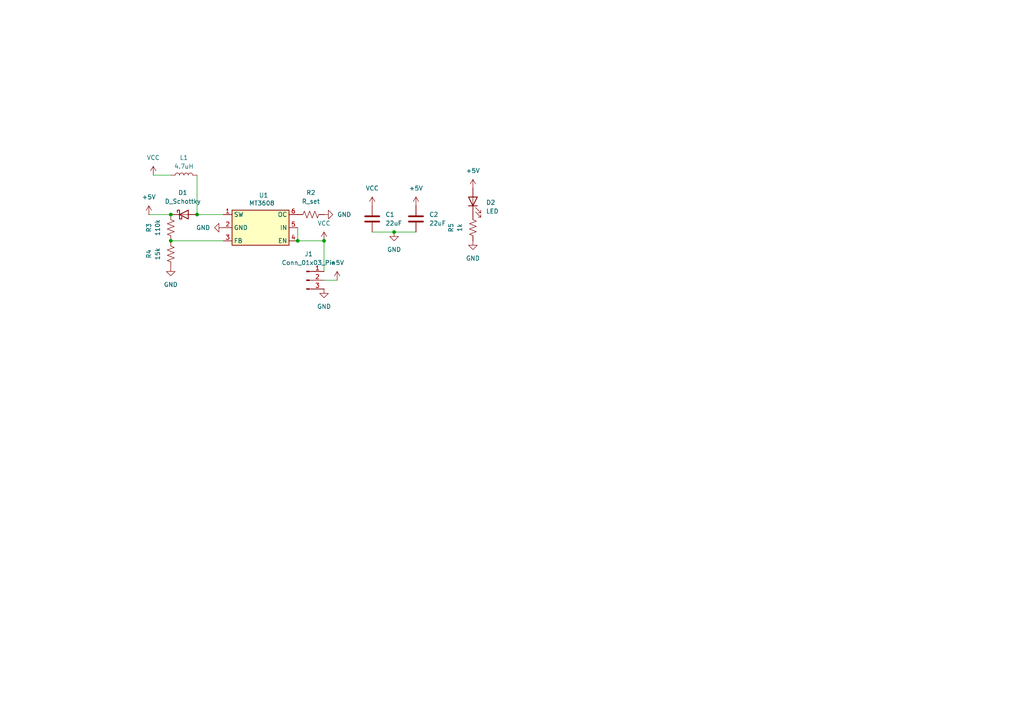
<source format=kicad_sch>
(kicad_sch (version 20250114) (generator "eeschema") (generator_version "9.0")
  (paper "A4")
  (lib_symbols
    (symbol "Connector:Conn_01x03_Pin" (pin_names (offset 1.016) (hide yes))
      (property "Reference" "J" (at 0 5.08 0))
      (property "Value" "Conn_01x03_Pin" (at 0 -5.08 0))
      (symbol "Conn_01x03_Pin_1_1"
        (rectangle (start 0.8636 2.667) (end 0 2.413) (stroke (width 0.1524)) (fill (type outline)))
        (rectangle (start 0.8636 0.127) (end 0 -0.127) (stroke (width 0.1524)) (fill (type outline)))
        (rectangle (start 0.8636 -2.413) (end 0 -2.667) (stroke (width 0.1524)) (fill (type outline)))
        (polyline (pts (xy 1.27 2.54) (xy 0.8636 2.54)) (stroke (width 0.1524)))
        (polyline (pts (xy 1.27 0) (xy 0.8636 0)) (stroke (width 0.1524)))
        (polyline (pts (xy 1.27 -2.54) (xy 0.8636 -2.54)) (stroke (width 0.1524)))
        (pin passive line (at 5.08 2.54 180) (length 3.81) (name "Pin_1") (number "1"))
        (pin passive line (at 5.08 0 180) (length 3.81) (name "Pin_2") (number "2"))
        (pin passive line (at 5.08 -2.54 180) (length 3.81) (name "Pin_3") (number "3"))
      )
    )
    (symbol "Device:C" (pin_numbers (hide yes)) (pin_names (offset 0.254))
      (property "Reference" "C" (at 0.635 2.54 0))
      (property "Value" "C" (at 0.635 -2.54 0))
      (symbol "C_0_1"
        (polyline (pts (xy -2.032 0.762) (xy 2.032 0.762)) (stroke (width 0.508)))
        (polyline (pts (xy -2.032 -0.762) (xy 2.032 -0.762)) (stroke (width 0.508)))
      )
      (symbol "C_1_1"
        (pin passive line (at 0 3.81 270) (length 2.794) (name "~") (number "1"))
        (pin passive line (at 0 -3.81 90) (length 2.794) (name "~") (number "2"))
      )
    )
    (symbol "Device:D_Schottky" (pin_numbers (hide yes)) (pin_names (offset 1.016) (hide yes))
      (property "Reference" "D" (at 0 2.54 0))
      (property "Value" "D_Schottky" (at 0 -2.54 0))
      (symbol "D_Schottky_0_1"
        (polyline (pts (xy -1.905 0.635) (xy -1.905 1.27) (xy -1.27 1.27) (xy -1.27 -1.27) (xy -0.635 -1.27) (xy -0.635 -0.635)) (stroke (width 0.254)))
        (polyline (pts (xy 1.27 1.27) (xy 1.27 -1.27) (xy -1.27 0) (xy 1.27 1.27)) (stroke (width 0.254)))
        (polyline (pts (xy 1.27 0) (xy -1.27 0)))
      )
      (symbol "D_Schottky_1_1"
        (pin passive line (at -3.81 0 0) (length 2.54) (name "K") (number "1"))
        (pin passive line (at 3.81 0 180) (length 2.54) (name "A") (number "2"))
      )
    )
    (symbol "Device:L" (pin_numbers (hide yes)) (pin_names (offset 1.016) (hide yes))
      (property "Reference" "L" (at -1.27 0 90))
      (property "Value" "L" (at 1.905 0 90))
      (symbol "L_0_1"
        (arc (start 0 2.54) (mid 0.6323 1.905) (end 0 1.27))
        (arc (start 0 1.27) (mid 0.6323 0.635) (end 0 0))
        (arc (start 0 0) (mid 0.6323 -0.635) (end 0 -1.27))
        (arc (start 0 -1.27) (mid 0.6323 -1.905) (end 0 -2.54))
      )
      (symbol "L_1_1"
        (pin passive line (at 0 3.81 270) (length 1.27) (name "1") (number "1"))
        (pin passive line (at 0 -3.81 90) (length 1.27) (name "2") (number "2"))
      )
    )
    (symbol "Device:LED" (pin_numbers (hide yes)) (pin_names (offset 1.016) (hide yes))
      (property "Reference" "D" (at 0 2.54 0))
      (property "Value" "LED" (at 0 -2.54 0))
      (symbol "LED_0_1"
        (polyline (pts (xy -3.048 -0.762) (xy -4.572 -2.286) (xy -3.81 -2.286) (xy -4.572 -2.286) (xy -4.572 -1.524)))
        (polyline (pts (xy -1.778 -0.762) (xy -3.302 -2.286) (xy -2.54 -2.286) (xy -3.302 -2.286) (xy -3.302 -1.524)))
        (polyline (pts (xy -1.27 0) (xy 1.27 0)))
        (polyline (pts (xy -1.27 -1.27) (xy -1.27 1.27)) (stroke (width 0.254)))
        (polyline (pts (xy 1.27 -1.27) (xy 1.27 1.27) (xy -1.27 0) (xy 1.27 -1.27)) (stroke (width 0.254)))
      )
      (symbol "LED_1_1"
        (pin passive line (at -3.81 0 0) (length 2.54) (name "K") (number "1"))
        (pin passive line (at 3.81 0 180) (length 2.54) (name "A") (number "2"))
      )
    )
    (symbol "Device:R_US" (pin_numbers (hide yes)) (pin_names (offset 0))
      (property "Reference" "R" (at 2.54 0 90))
      (property "Value" "R_US" (at -2.54 0 90))
      (symbol "R_US_0_1"
        (polyline (pts (xy 0 2.286) (xy 0 2.54)))
        (polyline (pts (xy 0 2.286) (xy 1.016 1.905) (xy 0 1.524) (xy -1.016 1.143) (xy 0 0.762)))
        (polyline (pts (xy 0 0.762) (xy 1.016 0.381) (xy 0 0) (xy -1.016 -0.381) (xy 0 -0.762)))
        (polyline (pts (xy 0 -0.762) (xy 1.016 -1.143) (xy 0 -1.524) (xy -1.016 -1.905) (xy 0 -2.286)))
        (polyline (pts (xy 0 -2.286) (xy 0 -2.54)))
      )
      (symbol "R_US_1_1"
        (pin passive line (at 0 3.81 270) (length 1.27) (name "~") (number "1"))
        (pin passive line (at 0 -3.81 90) (length 1.27) (name "~") (number "2"))
      )
    )
    (symbol "Regulator_Switching:MT3608"
      (property "Reference" "U1" (at 4.064 9.398 0))
      (property "Value" "MT3608" (at 3.556 7.112 0))
      (symbol "MT3608_0_1"
        (rectangle (start -5.08 5.08) (end 11.43 -5.08) (stroke (width 0.254)) (fill (type background)))
      )
      (symbol "MT3608_1_1"
        (pin passive line (at -7.62 3.81 0) (length 2.54) (name "SW") (number "1"))
        (pin power_in line (at -7.62 0 0) (length 2.54) (name "GND") (number "2"))
        (pin input line (at -7.62 -3.81 0) (length 2.54) (name "FB") (number "3"))
        (pin no_connect line (at 5.08 0 180) (length 2.54) (hide yes) (name "NC") (number "6"))
        (pin power_in line (at 13.97 3.81 180) (length 2.54) (name "OC") (number "6"))
        (pin power_in line (at 13.97 0 180) (length 2.54) (name "IN") (number "5"))
        (pin input line (at 13.97 -3.81 180) (length 2.54) (name "EN") (number "4"))
      )
    )
    (symbol "power:+5V" (power) (pin_numbers (hide yes)) (pin_names (offset 0) (hide yes))
      (property "Value" "+5V" (at 0 3.556 0))
      (symbol "+5V_0_1"
        (polyline (pts (xy -0.762 1.27) (xy 0 2.54)))
        (polyline (pts (xy 0 2.54) (xy 0.762 1.27)))
        (polyline (pts (xy 0 0) (xy 0 2.54)))
      )
      (symbol "+5V_1_1"
        (pin power_in line (at 0 0 90) (length 0) (name "~") (number "1"))
      )
    )
    (symbol "power:GND" (power) (pin_numbers (hide yes)) (pin_names (offset 0) (hide yes))
      (property "Value" "GND" (at 0 -3.81 0))
      (symbol "GND_0_1"
        (polyline (pts (xy 0 0) (xy 0 -1.27) (xy 1.27 -1.27) (xy 0 -2.54) (xy -1.27 -1.27) (xy 0 -1.27)))
      )
      (symbol "GND_1_1"
        (pin power_in line (at 0 0 270) (length 0) (name "~") (number "1"))
      )
    )
    (symbol "power:VCC" (power) (pin_numbers (hide yes)) (pin_names (offset 0) (hide yes))
      (property "Value" "VCC" (at 0 3.556 0))
      (symbol "VCC_0_1"
        (polyline (pts (xy -0.762 1.27) (xy 0 2.54)))
        (polyline (pts (xy 0 2.54) (xy 0.762 1.27)))
        (polyline (pts (xy 0 0) (xy 0 2.54)))
      )
      (symbol "VCC_1_1"
        (pin power_in line (at 0 0 90) (length 0) (name "~") (number "1"))
      )
    )
  )
  (junction (at 114.3 67.31))
  (junction (at 93.98 69.85))
  (junction (at 86.36 69.85))
  (junction (at 49.53 62.23))
  (junction (at 57.15 62.23))
  (junction (at 49.53 69.85))
  (wire (pts (xy 93.98 81.28) (xy 97.79 81.28)))
  (wire (pts (xy 57.15 62.23) (xy 64.77 62.23)))
  (wire (pts (xy 43.18 62.23) (xy 49.53 62.23)))
  (wire (pts (xy 93.98 69.85) (xy 93.98 78.74)))
  (wire (pts (xy 49.53 69.85) (xy 64.77 69.85)))
  (wire (pts (xy 86.36 69.85) (xy 93.98 69.85)))
  (wire (pts (xy 107.95 67.31) (xy 114.3 67.31)))
  (wire (pts (xy 44.45 50.8) (xy 49.53 50.8)))
  (wire (pts (xy 114.3 67.31) (xy 120.65 67.31)))
  (wire (pts (xy 57.15 50.8) (xy 57.15 62.23)))
  (wire (pts (xy 86.36 69.85) (xy 86.36 66.04)))
  (symbol (lib_id "power:GND") (at 64.77 66.04 270) (unit 1)
    (property "Reference" "#PWR03" (effects (hide yes)))
    (property "Value" "GND" (at 60.96 66.0399 90) (effects (justify right)))
    (property "Description" "Power symbol creates a global label with name \"GND\" , ground" (effects (hide yes)))
  )
  (symbol (lib_id "Device:R_US") (at 49.53 73.66 180) (unit 1)
    (property "Reference" "R4" (at 43.18 73.66 90))
    (property "Value" "15k" (at 45.72 73.66 90))
    (property "Footprint" "Resistor_SMD:R_0201_0603Metric" (effects (hide yes)))
    (property "Description" "Resistor, US symbol" (effects (hide yes)))
  )
  (symbol (lib_id "Device:LED") (at 137.16 58.42 90) (unit 1)
    (property "Reference" "D2" (at 140.97 58.7374 90) (effects (justify right)))
    (property "Value" "LED" (at 140.97 61.2774 90) (effects (justify right)))
    (property "Footprint" "LED_SMD:LED_0201_0603Metric" (effects (hide yes)))
    (property "Description" "Light emitting diode" (effects (hide yes)))
    (property "Sim.Pins" "1=K 2=A" (effects (hide yes)))
  )
  (symbol (lib_id "Device:C") (at 107.95 63.5 0) (unit 1)
    (property "Reference" "C1" (at 111.76 62.2299 0) (effects (justify left)))
    (property "Value" "22uF" (at 111.76 64.7699 0) (effects (justify left)))
    (property "Footprint" "Capacitor_SMD:C_0201_0603Metric" (effects (hide yes)))
    (property "Description" "Unpolarized capacitor" (effects (hide yes)))
  )
  (symbol (lib_id "power:GND") (at 93.98 62.23 90) (unit 1)
    (property "Reference" "#PWR04" (effects (hide yes)))
    (property "Value" "GND" (at 97.79 62.2299 90) (effects (justify right)))
    (property "Description" "Power symbol creates a global label with name \"GND\" , ground" (effects (hide yes)))
  )
  (symbol (lib_id "Device:L") (at 53.34 50.8 90) (unit 1)
    (property "Reference" "L1" (at 53.34 45.72 90))
    (property "Value" "4.7uH" (at 53.34 48.26 90))
    (property "Footprint" "Inductor_SMD:L_0201_0603Metric" (effects (hide yes)))
    (property "Description" "Inductor" (effects (hide yes)))
  )
  (symbol (lib_id "power:VCC") (at 44.45 50.8 0) (unit 1)
    (property "Reference" "#PWR02" (effects (hide yes)))
    (property "Value" "VCC" (at 44.45 45.72 0))
    (property "Description" "Power symbol creates a global label with name \"VCC\"" (effects (hide yes)))
  )
  (symbol (lib_id "Regulator_Switching:MT3608") (at 72.39 66.04 0) (unit 1)
    (property "Reference" "U1" (at 76.454 56.642 0))
    (property "Value" "MT3608" (at 75.946 58.928 0))
    (property "Footprint" "Package_TO_SOT_SMD:SOT-23-6" (effects (hide yes)))
    (property "Datasheet" "https://www.olimex.com/Products/Breadboarding/BB-PWR-3608/resources/MT3608.pdf" (effects (hide yes)))
    (property "Description" "High Efficiency 1.2MHz 2A Step Up Converter, 2-24V Vin, 28V Vout, 4A current limit, 1.2MHz, SOT23-6" (effects (hide yes)))
  )
  (symbol (lib_id "power:+5V") (at 97.79 81.28 0) (unit 1)
    (property "Reference" "#PWR012" (effects (hide yes)))
    (property "Value" "+5V" (at 97.79 76.2 0))
    (property "Description" "Power symbol creates a global label with name \"+5V\"" (effects (hide yes)))
  )
  (symbol (lib_id "Device:C") (at 120.65 63.5 0) (unit 1)
    (property "Reference" "C2" (at 124.46 62.2299 0) (effects (justify left)))
    (property "Value" "22uF" (at 124.46 64.7699 0) (effects (justify left)))
    (property "Footprint" "Capacitor_SMD:C_0201_0603Metric" (effects (hide yes)))
    (property "Description" "Unpolarized capacitor" (effects (hide yes)))
  )
  (symbol (lib_id "Device:R_US") (at 90.17 62.23 90) (unit 1)
    (property "Reference" "R2" (at 90.17 55.88 90))
    (property "Value" "R_set" (at 90.17 58.42 90))
    (property "Footprint" "Resistor_SMD:R_0201_0603Metric" (effects (hide yes)))
    (property "Description" "Resistor, US symbol" (effects (hide yes)))
  )
  (symbol (lib_id "power:GND") (at 137.16 69.85 0) (unit 1)
    (property "Reference" "#PWR011" (effects (hide yes)))
    (property "Value" "GND" (at 137.16 74.93 0))
    (property "Description" "Power symbol creates a global label with name \"GND\" , ground" (effects (hide yes)))
  )
  (symbol (lib_id "power:VCC") (at 107.95 59.69 0) (unit 1)
    (property "Reference" "#PWR07" (effects (hide yes)))
    (property "Value" "VCC" (at 107.95 54.61 0))
    (property "Description" "Power symbol creates a global label with name \"VCC\"" (effects (hide yes)))
  )
  (symbol (lib_id "Device:R_US") (at 137.16 66.04 180) (unit 1)
    (property "Reference" "R5" (at 130.81 66.04 90))
    (property "Value" "1k" (at 133.35 66.04 90))
    (property "Footprint" "Resistor_SMD:R_0201_0603Metric" (effects (hide yes)))
    (property "Description" "Resistor, US symbol" (effects (hide yes)))
  )
  (symbol (lib_id "Connector:Conn_01x03_Pin") (at 88.9 81.28 0) (unit 1)
    (property "Reference" "J1" (at 89.535 73.66 0))
    (property "Value" "Conn_01x03_Pin" (at 89.535 76.2 0))
    (property "Footprint" "Connector:FanPinHeader_1x03_P2.54mm_Vertical" (effects (hide yes)))
    (property "Description" "Generic connector, single row, 01x03, script generated" (effects (hide yes)))
  )
  (symbol (lib_id "power:+5V") (at 137.16 54.61 0) (unit 1)
    (property "Reference" "#PWR010" (effects (hide yes)))
    (property "Value" "+5V" (at 137.16 49.53 0))
    (property "Description" "Power symbol creates a global label with name \"+5V\"" (effects (hide yes)))
  )
  (symbol (lib_id "power:VCC") (at 93.98 69.85 0) (unit 1)
    (property "Reference" "#PWR05" (effects (hide yes)))
    (property "Value" "VCC" (at 93.98 64.77 0))
    (property "Description" "Power symbol creates a global label with name \"VCC\"" (effects (hide yes)))
  )
  (symbol (lib_id "power:+5V") (at 43.18 62.23 0) (unit 1)
    (property "Reference" "#PWR01" (effects (hide yes)))
    (property "Value" "+5V" (at 43.18 57.15 0))
    (property "Description" "Power symbol creates a global label with name \"+5V\"" (effects (hide yes)))
  )
  (symbol (lib_id "power:+5V") (at 120.65 59.69 0) (unit 1)
    (property "Reference" "#PWR08" (effects (hide yes)))
    (property "Value" "+5V" (at 120.65 54.61 0))
    (property "Description" "Power symbol creates a global label with name \"+5V\"" (effects (hide yes)))
  )
  (symbol (lib_id "power:GND") (at 49.53 77.47 0) (unit 1)
    (property "Reference" "#PWR06" (effects (hide yes)))
    (property "Value" "GND" (at 49.53 82.55 0))
    (property "Description" "Power symbol creates a global label with name \"GND\" , ground" (effects (hide yes)))
  )
  (symbol (lib_id "power:GND") (at 93.98 83.82 0) (unit 1)
    (property "Reference" "#PWR013" (effects (hide yes)))
    (property "Value" "GND" (at 93.98 88.9 0))
    (property "Description" "Power symbol creates a global label with name \"GND\" , ground" (effects (hide yes)))
  )
  (symbol (lib_id "power:GND") (at 114.3 67.31 0) (unit 1)
    (property "Reference" "#PWR09" (effects (hide yes)))
    (property "Value" "GND" (at 114.3 72.39 0))
    (property "Description" "Power symbol creates a global label with name \"GND\" , ground" (effects (hide yes)))
  )
  (symbol (lib_id "Device:R_US") (at 49.53 66.04 180) (unit 1)
    (property "Reference" "R3" (at 43.18 66.04 90))
    (property "Value" "110k" (at 45.72 66.04 90))
    (property "Footprint" "Resistor_SMD:R_0201_0603Metric" (effects (hide yes)))
    (property "Description" "Resistor, US symbol" (effects (hide yes)))
  )
  (symbol (lib_id "Device:D_Schottky") (at 53.34 62.23 0) (unit 1)
    (property "Reference" "D1" (at 53.0225 55.88 0))
    (property "Value" "D_Schottky" (at 53.0225 58.42 0))
    (property "Footprint" "Diode_SMD:D_0201_0603Metric" (effects (hide yes)))
    (property "Description" "Schottky diode" (effects (hide yes)))
  )
)
</source>
